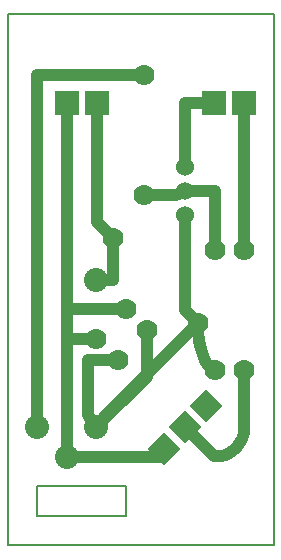
<source format=gbr>
G04 PROTEUS GERBER X2 FILE*
%TF.GenerationSoftware,Labcenter,Proteus,8.12-SP0-Build30713*%
%TF.CreationDate,2023-05-14T03:14:54+00:00*%
%TF.FileFunction,Copper,L2,Bot*%
%TF.FilePolarity,Positive*%
%TF.Part,Single*%
%TF.SameCoordinates,{c0eacf68-35c9-4941-82e1-425e7bc03e7b}*%
%FSLAX45Y45*%
%MOMM*%
G01*
%TA.AperFunction,Conductor*%
%ADD16C,1.016000*%
%TA.AperFunction,ComponentPad*%
%ADD10C,1.778000*%
%ADD11R,2.032000X2.032000*%
%TA.AperFunction,ComponentPad*%
%ADD12C,2.032000*%
%TA.AperFunction,ComponentPad*%
%ADD13C,1.524000*%
%AMPPAD004*
4,1,4,
1.436840,0.000000,
0.000000,-1.436840,
-1.436840,0.000000,
0.000000,1.436840,
1.436840,0.000000,
0*%
%ADD14PPAD004*%
%TA.AperFunction,Profile*%
%ADD15C,0.203200*%
%TD.AperFunction*%
D16*
X-1500000Y+1750000D02*
X-1750000Y+1750000D01*
X-1250000Y+2000000D02*
X-1750000Y+2000000D01*
X-1750000Y+1750000D01*
X-1750000Y+1000000D01*
X-1750000Y+750000D01*
X-929606Y+750000D02*
X-929606Y+820395D01*
X-1320395Y+1570395D02*
X-1570395Y+1570395D01*
X-1570395Y+1101600D01*
X-1500000Y+1000000D01*
X-1750000Y+750000D02*
X-929606Y+750000D01*
X-750000Y+2796800D02*
X-750000Y+1992000D01*
X-640789Y+1882789D01*
X-504000Y+3750000D02*
X-754000Y+3750000D01*
X-754000Y+3279400D01*
X-750000Y+3203200D01*
X-750000Y+3000000D02*
X-500000Y+3000000D01*
X-500000Y+2500000D01*
X-250000Y+2500000D02*
X-250000Y+3750000D01*
X-640789Y+1882789D02*
X-1070395Y+1453183D01*
X-1421978Y+1101600D01*
X-1500000Y+1000000D01*
X-1070395Y+1820395D02*
X-1070395Y+1453183D01*
X-1070395Y+1429605D01*
X-1500000Y+1000000D01*
X-640789Y+1882789D02*
X-637988Y+1804521D01*
X-629927Y+1732141D01*
X-617123Y+1667050D01*
X-600092Y+1610650D01*
X-579348Y+1564343D01*
X-555408Y+1529532D01*
X-528787Y+1507617D01*
X-500000Y+1500000D01*
X-500000Y+1484000D01*
X-250000Y+1484000D02*
X-250000Y+1250000D01*
X-250000Y+1000000D01*
X-254974Y+948883D01*
X-269287Y+901611D01*
X-292023Y+859100D01*
X-322266Y+822266D01*
X-359100Y+792023D01*
X-401611Y+769287D01*
X-448883Y+754974D01*
X-504974Y+754974D01*
X-750000Y+1000000D01*
X-1359210Y+2601210D02*
X-1359210Y+2250000D01*
X-1500000Y+2250000D01*
X-1750000Y+2000000D02*
X-1750000Y+3750000D01*
X-1496000Y+3750000D02*
X-1496000Y+2738000D01*
X-1359210Y+2601210D01*
X-1100000Y+3984000D02*
X-2000000Y+3984000D01*
X-2000000Y+1000000D01*
X-1100000Y+2968000D02*
X-826200Y+2968000D01*
X-750000Y+3000000D01*
D10*
X-1359210Y+2601210D03*
X-640789Y+1882789D03*
D11*
X-1750000Y+3750000D03*
X-1496000Y+3750000D03*
D12*
X-1500000Y+1000000D03*
X-1750000Y+750000D03*
X-2000000Y+1000000D03*
D11*
X-250000Y+3750000D03*
X-504000Y+3750000D03*
D13*
X-750000Y+2796800D03*
X-750000Y+3000000D03*
X-750000Y+3203200D03*
D10*
X-250000Y+2500000D03*
X-250000Y+1484000D03*
X-1100000Y+3984000D03*
X-1100000Y+2968000D03*
X-500000Y+2500000D03*
X-500000Y+1484000D03*
D14*
X-570395Y+1179605D03*
X-750000Y+1000000D03*
X-929606Y+820395D03*
D10*
X-1320395Y+1570395D03*
X-1500000Y+1750000D03*
X-1070395Y+1820395D03*
X-1250000Y+2000000D03*
D12*
X-1500000Y+2250000D03*
D15*
X-1000000Y+4500000D02*
X-1750000Y+4500000D01*
X-2000000Y+4500000D01*
X-1000000Y+4500000D02*
X+0Y+4500000D01*
X+0Y+0D02*
X+0Y+4500000D01*
X-1000000Y+0D02*
X+0Y+0D01*
X-1000000Y+0D02*
X-2000000Y+0D01*
X-2250000Y+0D02*
X-2250000Y+4500000D01*
X-2000000Y+4500000D01*
X-1250000Y+500000D02*
X-1750000Y+500000D01*
X-1750000Y+250000D02*
X-1250000Y+250000D01*
X-1750000Y+500000D02*
X-2000000Y+500000D01*
X-2000000Y+250000D01*
X-1750000Y+250000D01*
X-2250000Y+0D02*
X-2000000Y+0D01*
X-1250000Y+500000D02*
X-1250000Y+250000D01*
M02*

</source>
